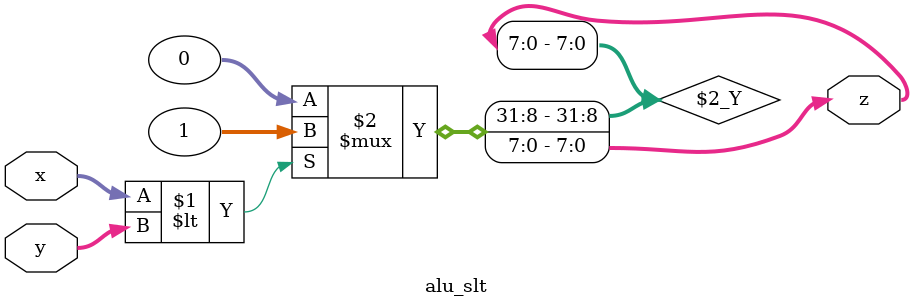
<source format=v>
module alu_slt #(
	parameter WIDTH = 8
) (
	input  [WIDTH-1:0] x,
	input  [WIDTH-1:0] y,
	output [WIDTH-1:0] z
);

assign z = (x < y) ? 1 : 0;

endmodule

</source>
